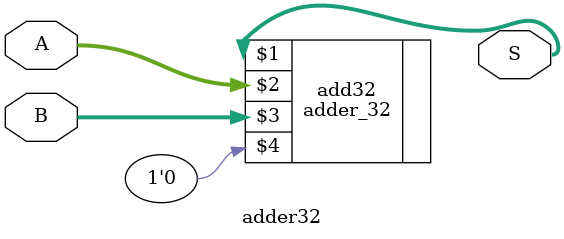
<source format=v>
module adder32 (S,A,B);
	input [31:0] A,B;
	output [31:0] S;
	adder_32 add32(S,A,B,1'b0);
endmodule 
</source>
